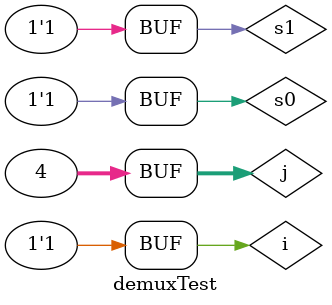
<source format=v>
`timescale 1ns/1ns
module demux(input i, s0, s1, output reg a, b, c, d);
    always @(i or s0 or s1) begin
        a = i & ~s1 & ~s0;
        b = i & s1 & ~s0;
        c = i & ~s1 & s0;
        d = i & s1 & s0;
    end
endmodule

module demuxTest;
    reg i, s0, s1;
    wire a, b, c, d;
    integer j;

    demux uut(.i(i), .s0(s0), .s1(s1), .a(a), .b(b), .c(c), .d(d));

    initial begin
        i = 1;
        s0 <= 0;
        s1 <= 0;

        $monitor("i = %b    s0 = %b    s1 = %b    a = %b    b = %b    c = %b    d = %b\n", i, s0, s1, a, b, c, d);
        $dumpfile("demux.vcd");
        $dumpvars(0, demuxTest);

        for(j = 0; j < 4; j = j + 1) begin
            {s0, s1} = j;
            #10;
        end
    end
endmodule
</source>
